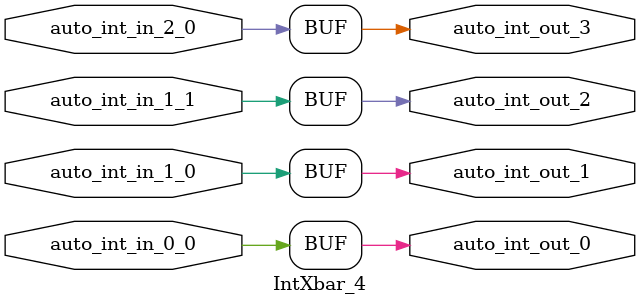
<source format=v>
module IntXbar_4(	// file.cleaned.mlir:2:3
  input  auto_int_in_2_0,	// file.cleaned.mlir:2:27
         auto_int_in_1_0,	// file.cleaned.mlir:2:53
         auto_int_in_1_1,	// file.cleaned.mlir:2:79
         auto_int_in_0_0,	// file.cleaned.mlir:2:105
  output auto_int_out_0,	// file.cleaned.mlir:2:132
         auto_int_out_1,	// file.cleaned.mlir:2:157
         auto_int_out_2,	// file.cleaned.mlir:2:182
         auto_int_out_3	// file.cleaned.mlir:2:207
);

  assign auto_int_out_0 = auto_int_in_0_0;	// file.cleaned.mlir:3:5
  assign auto_int_out_1 = auto_int_in_1_0;	// file.cleaned.mlir:3:5
  assign auto_int_out_2 = auto_int_in_1_1;	// file.cleaned.mlir:3:5
  assign auto_int_out_3 = auto_int_in_2_0;	// file.cleaned.mlir:3:5
endmodule


</source>
